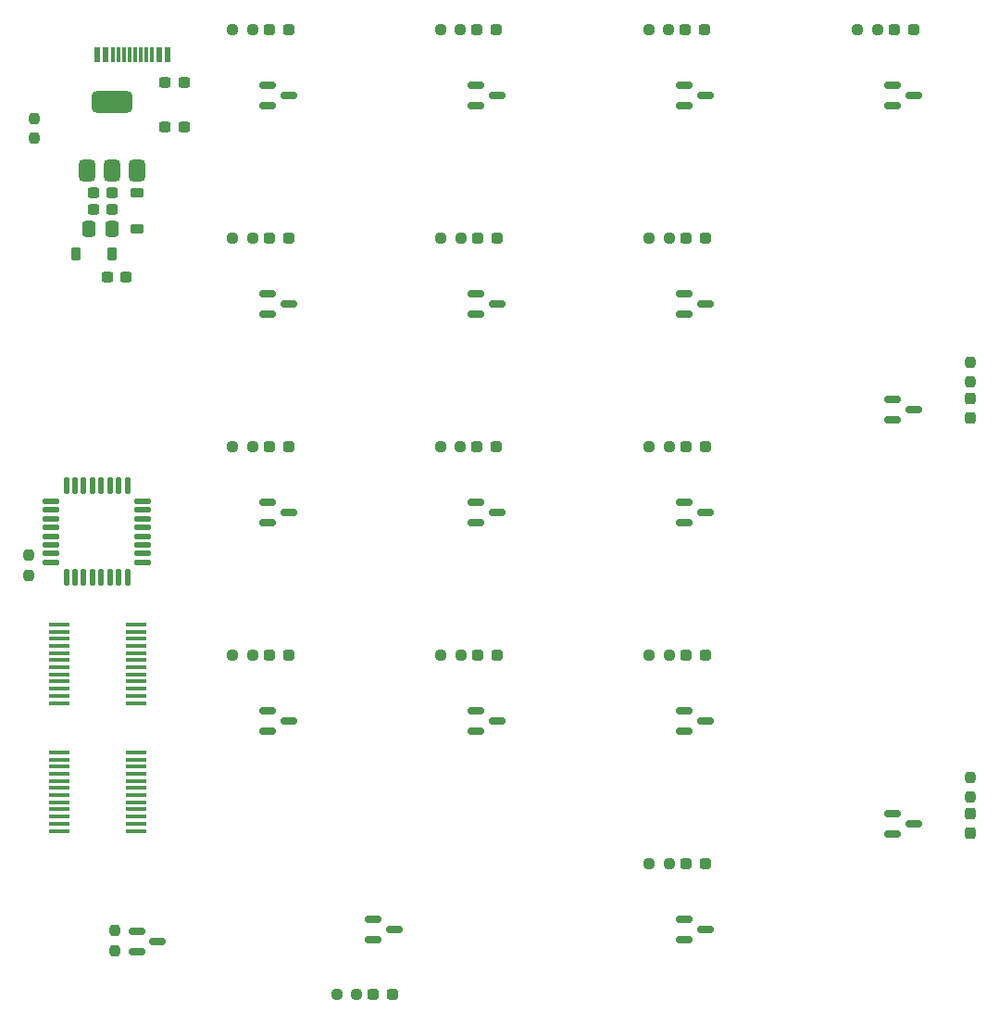
<source format=gbr>
%TF.GenerationSoftware,KiCad,Pcbnew,9.0.4*%
%TF.CreationDate,2026-01-03T23:46:06+09:00*%
%TF.ProjectId,rapidtrigger_keyboard,72617069-6474-4726-9967-6765725f6b65,rev?*%
%TF.SameCoordinates,Original*%
%TF.FileFunction,Paste,Top*%
%TF.FilePolarity,Positive*%
%FSLAX46Y46*%
G04 Gerber Fmt 4.6, Leading zero omitted, Abs format (unit mm)*
G04 Created by KiCad (PCBNEW 9.0.4) date 2026-01-03 23:46:06*
%MOMM*%
%LPD*%
G01*
G04 APERTURE LIST*
G04 Aperture macros list*
%AMRoundRect*
0 Rectangle with rounded corners*
0 $1 Rounding radius*
0 $2 $3 $4 $5 $6 $7 $8 $9 X,Y pos of 4 corners*
0 Add a 4 corners polygon primitive as box body*
4,1,4,$2,$3,$4,$5,$6,$7,$8,$9,$2,$3,0*
0 Add four circle primitives for the rounded corners*
1,1,$1+$1,$2,$3*
1,1,$1+$1,$4,$5*
1,1,$1+$1,$6,$7*
1,1,$1+$1,$8,$9*
0 Add four rect primitives between the rounded corners*
20,1,$1+$1,$2,$3,$4,$5,0*
20,1,$1+$1,$4,$5,$6,$7,0*
20,1,$1+$1,$6,$7,$8,$9,0*
20,1,$1+$1,$8,$9,$2,$3,0*%
G04 Aperture macros list end*
%ADD10R,0.600000X1.450000*%
%ADD11R,0.300000X1.450000*%
%ADD12RoundRect,0.150000X-0.587500X-0.150000X0.587500X-0.150000X0.587500X0.150000X-0.587500X0.150000X0*%
%ADD13RoundRect,0.237500X0.287500X0.237500X-0.287500X0.237500X-0.287500X-0.237500X0.287500X-0.237500X0*%
%ADD14RoundRect,0.237500X0.250000X0.237500X-0.250000X0.237500X-0.250000X-0.237500X0.250000X-0.237500X0*%
%ADD15RoundRect,0.237500X-0.237500X0.250000X-0.237500X-0.250000X0.237500X-0.250000X0.237500X0.250000X0*%
%ADD16RoundRect,0.100000X-0.850000X-0.100000X0.850000X-0.100000X0.850000X0.100000X-0.850000X0.100000X0*%
%ADD17RoundRect,0.237500X0.300000X0.237500X-0.300000X0.237500X-0.300000X-0.237500X0.300000X-0.237500X0*%
%ADD18RoundRect,0.237500X0.237500X-0.287500X0.237500X0.287500X-0.237500X0.287500X-0.237500X-0.287500X0*%
%ADD19RoundRect,0.237500X0.237500X-0.250000X0.237500X0.250000X-0.237500X0.250000X-0.237500X-0.250000X0*%
%ADD20RoundRect,0.225000X0.225000X0.375000X-0.225000X0.375000X-0.225000X-0.375000X0.225000X-0.375000X0*%
%ADD21RoundRect,0.237500X-0.300000X-0.237500X0.300000X-0.237500X0.300000X0.237500X-0.300000X0.237500X0*%
%ADD22RoundRect,0.250000X0.337500X0.475000X-0.337500X0.475000X-0.337500X-0.475000X0.337500X-0.475000X0*%
%ADD23RoundRect,0.375000X0.375000X-0.625000X0.375000X0.625000X-0.375000X0.625000X-0.375000X-0.625000X0*%
%ADD24RoundRect,0.500000X1.400000X-0.500000X1.400000X0.500000X-1.400000X0.500000X-1.400000X-0.500000X0*%
%ADD25RoundRect,0.125000X0.125000X-0.625000X0.125000X0.625000X-0.125000X0.625000X-0.125000X-0.625000X0*%
%ADD26RoundRect,0.125000X0.625000X-0.125000X0.625000X0.125000X-0.625000X0.125000X-0.625000X-0.125000X0*%
%ADD27RoundRect,0.225000X-0.375000X0.225000X-0.375000X-0.225000X0.375000X-0.225000X0.375000X0.225000X0*%
G04 APERTURE END LIST*
D10*
%TO.C,J1*%
X133604000Y-51069000D03*
X132804000Y-51069000D03*
D11*
X131604000Y-51069000D03*
X130604000Y-51069000D03*
X130104000Y-51069000D03*
X129104000Y-51069000D03*
D10*
X127904000Y-51069000D03*
X127104000Y-51069000D03*
X127104000Y-51069000D03*
X127904000Y-51069000D03*
D11*
X128604000Y-51069000D03*
X129604000Y-51069000D03*
X131104000Y-51069000D03*
X132104000Y-51069000D03*
D10*
X132804000Y-51069000D03*
X133604000Y-51069000D03*
%TD*%
D12*
%TO.C,U29*%
X180852500Y-72854000D03*
X180852500Y-74754000D03*
X182727500Y-73804000D03*
%TD*%
D13*
%TO.C,D16*%
X182739000Y-124968000D03*
X180989000Y-124968000D03*
%TD*%
D12*
%TO.C,U35*%
X199902500Y-82506000D03*
X199902500Y-84406000D03*
X201777500Y-83456000D03*
%TD*%
D14*
%TO.C,R19*%
X179465000Y-124968000D03*
X177640000Y-124968000D03*
%TD*%
D13*
%TO.C,D17*%
X201789000Y-48768000D03*
X200039000Y-48768000D03*
%TD*%
%TO.C,D10*%
X163615000Y-86868000D03*
X161865000Y-86868000D03*
%TD*%
D15*
%TO.C,R3*%
X121412000Y-56849000D03*
X121412000Y-58674000D03*
%TD*%
D12*
%TO.C,U21*%
X142752500Y-110954000D03*
X142752500Y-112854000D03*
X144627500Y-111904000D03*
%TD*%
D16*
%TO.C,U37*%
X123698000Y-114808000D03*
X123698000Y-115458000D03*
X123698000Y-116108000D03*
X123698000Y-116758000D03*
X123698000Y-117408000D03*
X123698000Y-118058000D03*
X123698000Y-118708000D03*
X123698000Y-119358000D03*
X123698000Y-120008000D03*
X123698000Y-120658000D03*
X123698000Y-121308000D03*
X123698000Y-121958000D03*
X130698000Y-121958000D03*
X130698000Y-121308000D03*
X130698000Y-120658000D03*
X130698000Y-120008000D03*
X130698000Y-119358000D03*
X130698000Y-118708000D03*
X130698000Y-118058000D03*
X130698000Y-117408000D03*
X130698000Y-116758000D03*
X130698000Y-116108000D03*
X130698000Y-115458000D03*
X130698000Y-114808000D03*
%TD*%
D14*
%TO.C,R15*%
X179391000Y-48768000D03*
X177566000Y-48768000D03*
%TD*%
D12*
%TO.C,U28*%
X180852500Y-53804000D03*
X180852500Y-55704000D03*
X182727500Y-54754000D03*
%TD*%
D14*
%TO.C,R16*%
X179465000Y-67818000D03*
X177640000Y-67818000D03*
%TD*%
D13*
%TO.C,D3*%
X144639000Y-105918000D03*
X142889000Y-105918000D03*
%TD*%
%TO.C,D13*%
X182739000Y-67818000D03*
X180989000Y-67818000D03*
%TD*%
D17*
%TO.C,C1*%
X129794000Y-71374000D03*
X128069000Y-71374000D03*
%TD*%
D12*
%TO.C,U25*%
X161802500Y-72854000D03*
X161802500Y-74754000D03*
X163677500Y-73804000D03*
%TD*%
D13*
%TO.C,D2*%
X144639000Y-86868000D03*
X142889000Y-86868000D03*
%TD*%
%TO.C,D12*%
X182665000Y-48768000D03*
X180915000Y-48768000D03*
%TD*%
D18*
%TO.C,D19*%
X207010000Y-122177000D03*
X207010000Y-120427000D03*
%TD*%
D14*
%TO.C,R12*%
X160415000Y-105918000D03*
X158590000Y-105918000D03*
%TD*%
D19*
%TO.C,R22*%
X207010000Y-118903000D03*
X207010000Y-117078000D03*
%TD*%
D12*
%TO.C,U36*%
X199902500Y-120352000D03*
X199902500Y-122252000D03*
X201777500Y-121302000D03*
%TD*%
D14*
%TO.C,R17*%
X179465000Y-86868000D03*
X177640000Y-86868000D03*
%TD*%
%TO.C,R18*%
X179465000Y-105918000D03*
X177640000Y-105918000D03*
%TD*%
%TO.C,R11*%
X160341000Y-86868000D03*
X158516000Y-86868000D03*
%TD*%
D13*
%TO.C,D14*%
X182739000Y-86868000D03*
X180989000Y-86868000D03*
%TD*%
D14*
%TO.C,R9*%
X160341000Y-48768000D03*
X158516000Y-48768000D03*
%TD*%
D13*
%TO.C,D6*%
X144629550Y-67818000D03*
X142879550Y-67818000D03*
%TD*%
%TO.C,D8*%
X163615000Y-48768000D03*
X161865000Y-48768000D03*
%TD*%
D20*
%TO.C,D7*%
X128486000Y-69292000D03*
X125186000Y-69292000D03*
%TD*%
D21*
%TO.C,C3*%
X133350000Y-57658000D03*
X135075000Y-57658000D03*
%TD*%
D12*
%TO.C,U34*%
X199902500Y-53804000D03*
X199902500Y-55704000D03*
X201777500Y-54754000D03*
%TD*%
%TO.C,U26*%
X161802500Y-91904000D03*
X161802500Y-93804000D03*
X163677500Y-92854000D03*
%TD*%
D18*
%TO.C,D18*%
X207010000Y-84247000D03*
X207010000Y-82497000D03*
%TD*%
D13*
%TO.C,D15*%
X182739000Y-105918000D03*
X180989000Y-105918000D03*
%TD*%
D19*
%TO.C,R21*%
X207010000Y-80973000D03*
X207010000Y-79148000D03*
%TD*%
D14*
%TO.C,R8*%
X141355550Y-67818000D03*
X139530550Y-67818000D03*
%TD*%
D12*
%TO.C,U27*%
X161802500Y-110954000D03*
X161802500Y-112854000D03*
X163677500Y-111904000D03*
%TD*%
D14*
%TO.C,R4*%
X141365000Y-86868000D03*
X139540000Y-86868000D03*
%TD*%
%TO.C,R6*%
X150885500Y-136906000D03*
X149060500Y-136906000D03*
%TD*%
D12*
%TO.C,U22*%
X152404500Y-130004000D03*
X152404500Y-131904000D03*
X154279500Y-130954000D03*
%TD*%
D14*
%TO.C,R7*%
X141365000Y-48768000D03*
X139540000Y-48768000D03*
%TD*%
D13*
%TO.C,D4*%
X154159500Y-136906000D03*
X152409500Y-136906000D03*
%TD*%
D12*
%TO.C,U19*%
X142752500Y-72854000D03*
X142752500Y-74754000D03*
X144627500Y-73804000D03*
%TD*%
D22*
%TO.C,C6*%
X128486000Y-67006000D03*
X126411000Y-67006000D03*
%TD*%
D12*
%TO.C,Q1*%
X130810000Y-131130000D03*
X130810000Y-133030000D03*
X132685000Y-132080000D03*
%TD*%
D19*
%TO.C,R14*%
X120904000Y-98599000D03*
X120904000Y-96774000D03*
%TD*%
D17*
%TO.C,C5*%
X128486000Y-65228000D03*
X126761000Y-65228000D03*
%TD*%
D21*
%TO.C,C2*%
X133350000Y-53594000D03*
X135075000Y-53594000D03*
%TD*%
D14*
%TO.C,R5*%
X141365000Y-105918000D03*
X139540000Y-105918000D03*
%TD*%
D16*
%TO.C,U38*%
X123698000Y-103124000D03*
X123698000Y-103774000D03*
X123698000Y-104424000D03*
X123698000Y-105074000D03*
X123698000Y-105724000D03*
X123698000Y-106374000D03*
X123698000Y-107024000D03*
X123698000Y-107674000D03*
X123698000Y-108324000D03*
X123698000Y-108974000D03*
X123698000Y-109624000D03*
X123698000Y-110274000D03*
X130698000Y-110274000D03*
X130698000Y-109624000D03*
X130698000Y-108974000D03*
X130698000Y-108324000D03*
X130698000Y-107674000D03*
X130698000Y-107024000D03*
X130698000Y-106374000D03*
X130698000Y-105724000D03*
X130698000Y-105074000D03*
X130698000Y-104424000D03*
X130698000Y-103774000D03*
X130698000Y-103124000D03*
%TD*%
D13*
%TO.C,D11*%
X163689000Y-105918000D03*
X161939000Y-105918000D03*
%TD*%
D12*
%TO.C,U20*%
X142752500Y-91904000D03*
X142752500Y-93804000D03*
X144627500Y-92854000D03*
%TD*%
D13*
%TO.C,D5*%
X144639000Y-48768000D03*
X142889000Y-48768000D03*
%TD*%
D23*
%TO.C,U23*%
X126172000Y-61672000D03*
X128472000Y-61672000D03*
D24*
X128472000Y-55372000D03*
D23*
X130772000Y-61672000D03*
%TD*%
D12*
%TO.C,U24*%
X161802500Y-53804000D03*
X161802500Y-55704000D03*
X163677500Y-54754000D03*
%TD*%
%TO.C,U18*%
X142752500Y-53804000D03*
X142752500Y-55704000D03*
X144627500Y-54754000D03*
%TD*%
D25*
%TO.C,U33*%
X124311000Y-98809000D03*
X125111000Y-98809000D03*
X125911000Y-98809000D03*
X126711000Y-98809000D03*
X127511000Y-98809000D03*
X128311000Y-98809000D03*
X129111000Y-98809000D03*
X129911000Y-98809000D03*
D26*
X131286000Y-97434000D03*
X131286000Y-96634000D03*
X131286000Y-95834000D03*
X131286000Y-95034000D03*
X131286000Y-94234000D03*
X131286000Y-93434000D03*
X131286000Y-92634000D03*
X131286000Y-91834000D03*
D25*
X129911000Y-90459000D03*
X129111000Y-90459000D03*
X128311000Y-90459000D03*
X127511000Y-90459000D03*
X126711000Y-90459000D03*
X125911000Y-90459000D03*
X125111000Y-90459000D03*
X124311000Y-90459000D03*
D26*
X122936000Y-91834000D03*
X122936000Y-92634000D03*
X122936000Y-93434000D03*
X122936000Y-94234000D03*
X122936000Y-95034000D03*
X122936000Y-95834000D03*
X122936000Y-96634000D03*
X122936000Y-97434000D03*
%TD*%
D17*
%TO.C,C4*%
X128486000Y-63704000D03*
X126761000Y-63704000D03*
%TD*%
D13*
%TO.C,D9*%
X163689000Y-67818000D03*
X161939000Y-67818000D03*
%TD*%
D14*
%TO.C,R20*%
X198515000Y-48768000D03*
X196690000Y-48768000D03*
%TD*%
D12*
%TO.C,U31*%
X180852500Y-110954000D03*
X180852500Y-112854000D03*
X182727500Y-111904000D03*
%TD*%
D27*
%TO.C,D1*%
X130772000Y-63704000D03*
X130772000Y-67004000D03*
%TD*%
D19*
%TO.C,R23*%
X128778000Y-132889000D03*
X128778000Y-131064000D03*
%TD*%
D14*
%TO.C,R10*%
X160415000Y-67818000D03*
X158590000Y-67818000D03*
%TD*%
D12*
%TO.C,U30*%
X180852500Y-91904000D03*
X180852500Y-93804000D03*
X182727500Y-92854000D03*
%TD*%
%TO.C,U32*%
X180852500Y-130004000D03*
X180852500Y-131904000D03*
X182727500Y-130954000D03*
%TD*%
M02*

</source>
